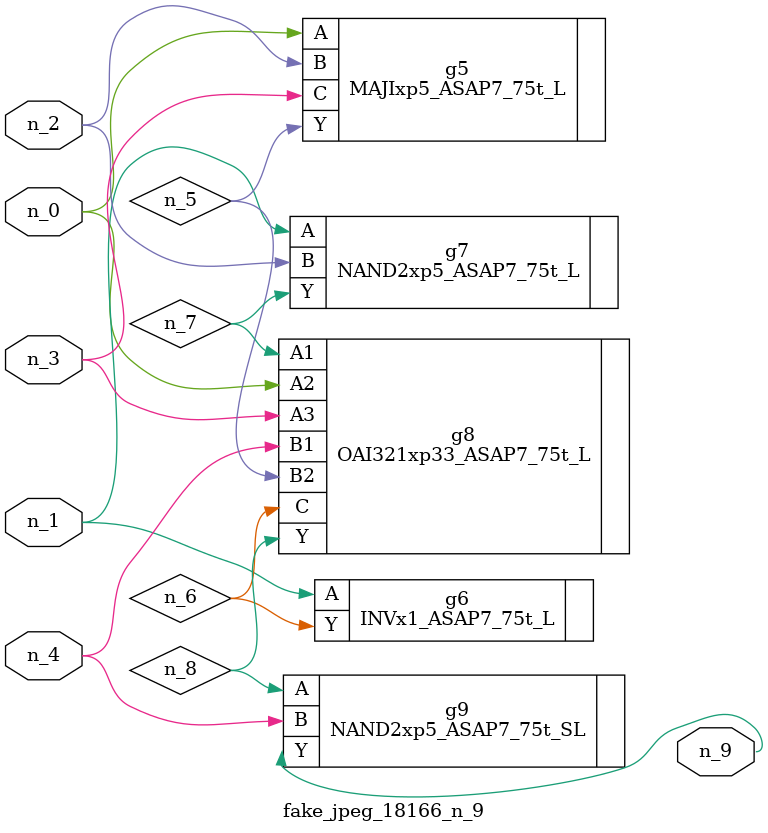
<source format=v>
module fake_jpeg_18166_n_9 (n_3, n_2, n_1, n_0, n_4, n_9);

input n_3;
input n_2;
input n_1;
input n_0;
input n_4;

output n_9;

wire n_8;
wire n_6;
wire n_5;
wire n_7;

MAJIxp5_ASAP7_75t_L g5 ( 
.A(n_0),
.B(n_2),
.C(n_3),
.Y(n_5)
);

INVx1_ASAP7_75t_L g6 ( 
.A(n_1),
.Y(n_6)
);

NAND2xp5_ASAP7_75t_L g7 ( 
.A(n_1),
.B(n_2),
.Y(n_7)
);

OAI321xp33_ASAP7_75t_L g8 ( 
.A1(n_7),
.A2(n_0),
.A3(n_3),
.B1(n_4),
.B2(n_5),
.C(n_6),
.Y(n_8)
);

NAND2xp5_ASAP7_75t_SL g9 ( 
.A(n_8),
.B(n_4),
.Y(n_9)
);


endmodule
</source>
